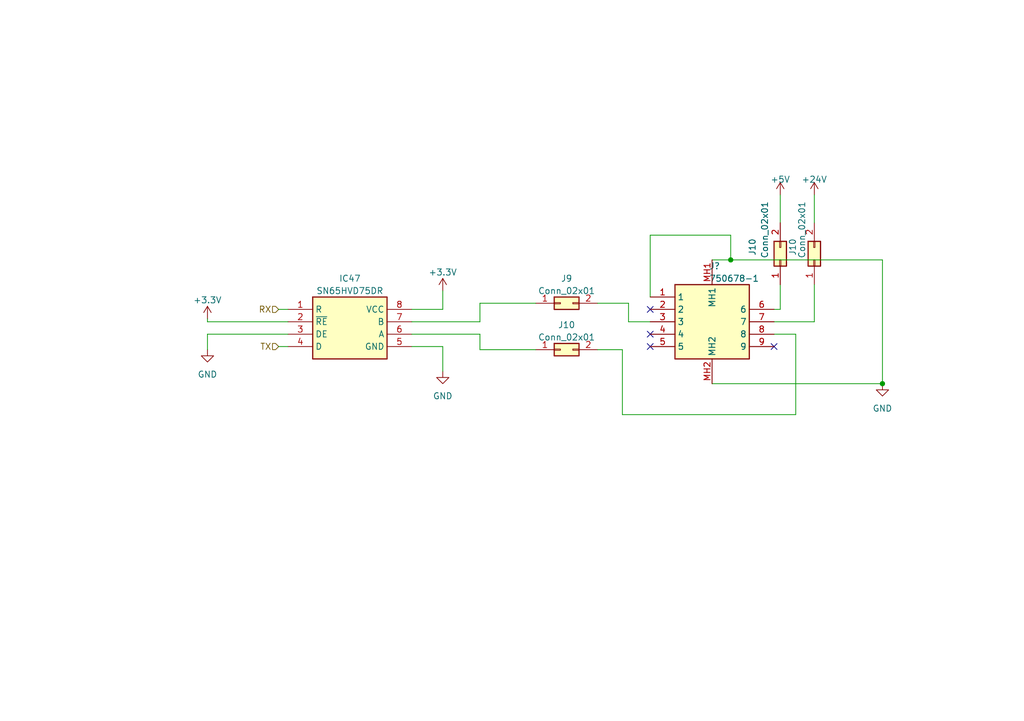
<source format=kicad_sch>
(kicad_sch (version 20230121) (generator eeschema)
  (paper "A5")
  (lib_symbols
    (symbol "750678-1:750678-1"
      (property "Reference" "J" (at 21.59 12.7 0))
      (property "Value" "750678-1" (at 21.59 10.16 0))
      (symbol "750678-1_1_1"
        (rectangle (start 5.08 7.62) (end 20.32 -7.62) (stroke (width 0.254)) (fill (type background)))
        (pin passive line (at 17.78 12.7 270) (length 5.08) (name "1") (number "1"))
        (pin passive line (at 15.24 12.7 270) (length 5.08) (name "2") (number "2"))
        (pin passive line (at 12.7 12.7 270) (length 5.08) (name "3") (number "3"))
        (pin passive line (at 10.16 12.7 270) (length 5.08) (name "4") (number "4"))
        (pin passive line (at 7.62 12.7 270) (length 5.08) (name "5") (number "5"))
        (pin passive line (at 15.24 -12.7 90) (length 5.08) (name "6") (number "6"))
        (pin passive line (at 12.7 -12.7 90) (length 5.08) (name "7") (number "7"))
        (pin passive line (at 10.16 -12.7 90) (length 5.08) (name "8") (number "8"))
        (pin passive line (at 7.62 -12.7 90) (length 5.08) (name "9") (number "9"))
        (pin passive line (at 25.4 0 180) (length 5.08) (name "MH1") (number "MH1"))
        (pin passive line (at 0 0 0) (length 5.08) (name "MH2") (number "MH2"))
      )
    )
    (symbol "Connector_Generic:Conn_02x01" (pin_names (offset 1.016) hide)
      (property "Reference" "J" (at 1.27 2.54 0))
      (property "Value" "Conn_02x01" (at 1.27 -2.54 0))
      (symbol "Conn_02x01_1_1"
        (rectangle (start -1.27 0.127) (end 0 -0.127) (stroke (width 0.1524)))
        (rectangle (start -1.27 1.27) (end 3.81 -1.27) (stroke (width 0.254)) (fill (type background)))
        (rectangle (start 3.81 0.127) (end 2.54 -0.127) (stroke (width 0.1524)))
        (pin passive line (at -5.08 0 0) (length 3.81) (name "Pin_1") (number "1"))
        (pin passive line (at 7.62 0 180) (length 3.81) (name "Pin_2") (number "2"))
      )
    )
    (symbol "SN65HVD75DR:SN65HVD75DR"
      (property "Reference" "IC" (at 21.59 7.62 0))
      (property "Value" "SN65HVD75DR" (at 21.59 5.08 0))
      (symbol "SN65HVD75DR_1_1"
        (rectangle (start 5.08 2.54) (end 20.32 -10.16) (stroke (width 0.254)) (fill (type background)))
        (pin passive line (at 0 0 0) (length 5.08) (name "R") (number "1"))
        (pin passive line (at 0 -2.54 0) (length 5.08) (name "~{RE}") (number "2"))
        (pin passive line (at 0 -5.08 0) (length 5.08) (name "DE") (number "3"))
        (pin passive line (at 0 -7.62 0) (length 5.08) (name "D") (number "4"))
        (pin passive line (at 25.4 -7.62 180) (length 5.08) (name "GND") (number "5"))
        (pin passive line (at 25.4 -5.08 180) (length 5.08) (name "A") (number "6"))
        (pin passive line (at 25.4 -2.54 180) (length 5.08) (name "B") (number "7"))
        (pin passive line (at 25.4 0 180) (length 5.08) (name "VCC") (number "8"))
      )
    )
    (symbol "power:+24V" (power) (pin_names (offset 0))
      (property "Value" "+24V" (at 0 3.556 0))
      (symbol "+24V_0_1"
        (polyline (pts (xy -0.762 1.27) (xy 0 2.54)))
        (polyline (pts (xy 0 0) (xy 0 2.54)))
        (polyline (pts (xy 0 2.54) (xy 0.762 1.27)))
      )
      (symbol "+24V_1_1"
        (pin power_in line (at 0 0 90) (length 0) hide (name "+24V") (number "1"))
      )
    )
    (symbol "power:+3.3V" (power) (pin_names (offset 0))
      (property "Value" "+3.3V" (at 0 3.556 0))
      (symbol "+3.3V_0_1"
        (polyline (pts (xy -0.762 1.27) (xy 0 2.54)))
        (polyline (pts (xy 0 0) (xy 0 2.54)))
        (polyline (pts (xy 0 2.54) (xy 0.762 1.27)))
      )
      (symbol "+3.3V_1_1"
        (pin power_in line (at 0 0 90) (length 0) hide (name "+3.3V") (number "1"))
      )
    )
    (symbol "power:+5V" (power) (pin_names (offset 0))
      (property "Value" "+5V" (at 0 3.556 0))
      (symbol "+5V_0_1"
        (polyline (pts (xy -0.762 1.27) (xy 0 2.54)))
        (polyline (pts (xy 0 0) (xy 0 2.54)))
        (polyline (pts (xy 0 2.54) (xy 0.762 1.27)))
      )
      (symbol "+5V_1_1"
        (pin power_in line (at 0 0 90) (length 0) hide (name "+5V") (number "1"))
      )
    )
    (symbol "power:GND" (power) (pin_names (offset 0))
      (property "Value" "GND" (at 0 -3.81 0))
      (symbol "GND_0_1"
        (polyline (pts (xy 0 0) (xy 0 -1.27) (xy 1.27 -1.27) (xy 0 -2.54) (xy -1.27 -1.27) (xy 0 -1.27)))
      )
      (symbol "GND_1_1"
        (pin power_in line (at 0 0 270) (length 0) hide (name "GND") (number "1"))
      )
    )
  )
  (junction (at 180.975 78.74))
  (junction (at 149.86 53.34))
  (no_connect (at 158.75 71.12))
  (no_connect (at 133.35 71.12))
  (no_connect (at 133.35 68.58))
  (no_connect (at 133.35 63.5))
  (wire (pts (xy 42.545 68.58) (xy 42.545 71.755)))
  (wire (pts (xy 128.905 62.23) (xy 128.905 66.04)))
  (wire (pts (xy 146.05 78.74) (xy 180.975 78.74)))
  (wire (pts (xy 149.86 53.34) (xy 180.975 53.34)))
  (wire (pts (xy 84.455 68.58) (xy 98.425 68.58)))
  (wire (pts (xy 42.545 66.04) (xy 42.545 65.405)))
  (wire (pts (xy 167.005 40.005) (xy 167.005 45.72)))
  (wire (pts (xy 84.455 71.12) (xy 90.805 71.12)))
  (wire (pts (xy 127.635 85.09) (xy 163.195 85.09)))
  (wire (pts (xy 163.195 68.58) (xy 158.75 68.58)))
  (wire (pts (xy 160.02 63.5) (xy 158.75 63.5)))
  (wire (pts (xy 98.425 62.23) (xy 109.855 62.23)))
  (wire (pts (xy 167.005 58.42) (xy 167.005 66.04)))
  (wire (pts (xy 90.805 71.12) (xy 90.805 76.2)))
  (wire (pts (xy 84.455 66.04) (xy 98.425 66.04)))
  (wire (pts (xy 90.805 63.5) (xy 90.805 59.69)))
  (wire (pts (xy 133.35 60.96) (xy 133.35 48.26)))
  (wire (pts (xy 160.02 58.42) (xy 160.02 63.5)))
  (wire (pts (xy 57.15 71.12) (xy 59.055 71.12)))
  (wire (pts (xy 98.425 71.755) (xy 109.855 71.755)))
  (wire (pts (xy 163.195 85.09) (xy 163.195 68.58)))
  (wire (pts (xy 59.055 66.04) (xy 42.545 66.04)))
  (wire (pts (xy 133.35 48.26) (xy 149.86 48.26)))
  (wire (pts (xy 127.635 71.755) (xy 127.635 85.09)))
  (wire (pts (xy 59.055 68.58) (xy 42.545 68.58)))
  (wire (pts (xy 149.86 48.26) (xy 149.86 53.34)))
  (wire (pts (xy 84.455 63.5) (xy 90.805 63.5)))
  (wire (pts (xy 180.975 53.34) (xy 180.975 78.74)))
  (wire (pts (xy 160.02 40.005) (xy 160.02 45.72)))
  (wire (pts (xy 146.05 53.34) (xy 149.86 53.34)))
  (wire (pts (xy 98.425 66.04) (xy 98.425 62.23)))
  (wire (pts (xy 122.555 62.23) (xy 128.905 62.23)))
  (wire (pts (xy 98.425 68.58) (xy 98.425 71.755)))
  (wire (pts (xy 57.15 63.5) (xy 59.055 63.5)))
  (wire (pts (xy 128.905 66.04) (xy 133.35 66.04)))
  (wire (pts (xy 158.75 66.04) (xy 167.005 66.04)))
  (wire (pts (xy 122.555 71.755) (xy 127.635 71.755)))
  (hierarchical_label "TX" (shape input) (at 57.15 71.12 180))
  (hierarchical_label "RX" (shape input) (at 57.15 63.5 180))
  (symbol (lib_id "750678-1:750678-1") (at 146.05 78.74 90) (unit 1)
    (property "Reference" "J?" (at 145.4403 54.61 90) (effects (justify right)))
    (property "Value" "750678-1" (at 145.4403 57.15 90) (effects (justify right)))
    (property "Footprint" "750678-1:7506781" (effects hide))
    (property "Datasheet" "https://www.te.com/commerce/DocumentDelivery/DDEController?Action=showdoc&DocId=Customer+Drawing%7F750678%7FJ%7Fpdf%7FEnglish%7FENG_CD_750678_J.pdf%7F750678-1" (effects hide))
    (property "Height" "14.71" (effects hide))
    (property "Mouser Part Number" "571-7506781" (effects hide))
    (property "Mouser Price/Stock" "https://www.mouser.co.uk/ProductDetail/TE-Connectivity/750678-1?qs=d5w0Orft5ToNQPwAt933DQ%3D%3D" (effects hide))
    (property "Manufacturer_Name" "TE Connectivity" (effects hide))
    (property "Manufacturer_Part_Number" "750678-1" (effects hide))
    (instances (project "PLC-CIM" (path "" (reference "J?") (unit 1)) (path "" (reference "J8") (unit 1)) (path "" (reference "J13") (unit 1))))
  )
  (symbol (lib_id "Connector_Generic:Conn_02x01") (at 160.02 53.34 90) (unit 1)
    (property "Reference" "J10" (at 154.305 48.895 0) (effects (justify right)))
    (property "Value" "Conn_02x01" (at 156.845 41.275 0) (effects (justify right)))
    (property "Footprint" "Connector_PinHeader_2.54mm:PinHeader_2x01_P2.54mm_Vertical" (effects hide))
    (instances (project "PLC-CIM" (path "" (reference "J10") (unit 1)) (path "" (reference "J16") (unit 1))))
  )
  (symbol (lib_id "Connector_Generic:Conn_02x01") (at 114.935 62.23 0) (unit 1)
    (property "Reference" "J9" (at 116.205 57.15 0))
    (property "Value" "Conn_02x01" (at 116.205 59.69 0))
    (property "Footprint" "Connector_PinHeader_2.54mm:PinHeader_2x01_P2.54mm_Vertical" (effects hide))
    (instances (project "PLC-CIM" (path "" (reference "J9") (unit 1)) (path "" (reference "J14") (unit 1))))
  )
  (symbol (lib_id "power:+24V") (at 167.005 40.005 0) (unit 1)
    (property "Reference" "#PWR0130" (effects hide))
    (property "Value" "+24V" (at 167.005 36.83 0))
  )
  (symbol (lib_id "power:GND") (at 180.975 78.74 0) (unit 1)
    (property "Reference" "#PWR0129" (effects hide))
    (property "Value" "GND" (at 180.975 83.82 0))
  )
  (symbol (lib_id "power:+3.3V") (at 42.545 65.405 0) (unit 1)
    (property "Reference" "#PWR0127" (effects hide))
    (property "Value" "+3.3V" (at 42.545 61.595 0))
  )
  (symbol (lib_id "Connector_Generic:Conn_02x01") (at 114.935 71.755 0) (unit 1)
    (property "Reference" "J10" (at 116.205 66.675 0))
    (property "Value" "Conn_02x01" (at 116.205 69.215 0))
    (property "Footprint" "Connector_PinHeader_2.54mm:PinHeader_2x01_P2.54mm_Vertical" (effects hide))
    (instances (project "PLC-CIM" (path "" (reference "J10") (unit 1)) (path "" (reference "J15") (unit 1))))
  )
  (symbol (lib_id "SN65HVD75DR:SN65HVD75DR") (at 59.055 63.5 0) (unit 1)
    (property "Reference" "IC47" (at 71.755 57.15 0))
    (property "Value" "SN65HVD75DR" (at 71.755 59.69 0))
    (property "Footprint" "SN65HVD75DR:SOIC127P600X175-8N" (effects hide))
    (property "Datasheet" "http://www.ti.com/lit/gpn/sn65hvd75" (effects hide))
    (property "Height" "1.75" (effects hide))
    (property "Mouser Part Number" "595-SN65HVD75DR" (effects hide))
    (property "Mouser Price/Stock" "https://www.mouser.co.uk/ProductDetail/Texas-Instruments/SN65HVD75DR?qs=X2y4EmDJZOW1Viw5bHgBbQ%3D%3D" (effects hide))
    (property "Manufacturer_Name" "Texas Instruments" (effects hide))
    (property "Manufacturer_Part_Number" "SN65HVD75DR" (effects hide))
  )
  (symbol (lib_id "Connector_Generic:Conn_02x01") (at 167.005 53.34 90) (unit 1)
    (property "Reference" "J10" (at 162.56 48.895 0) (effects (justify right)))
    (property "Value" "Conn_02x01" (at 164.465 41.275 0) (effects (justify right)))
    (property "Footprint" "Connector_PinHeader_2.54mm:PinHeader_2x01_P2.54mm_Vertical" (effects hide))
    (instances (project "PLC-CIM" (path "" (reference "J10") (unit 1)) (path "" (reference "J17") (unit 1))))
  )
  (symbol (lib_id "power:GND") (at 42.545 71.755 0) (unit 1)
    (property "Reference" "#PWR0128" (effects hide))
    (property "Value" "GND" (at 42.545 76.835 0))
  )
  (symbol (lib_id "power:GND") (at 90.805 76.2 0) (unit 1)
    (property "Reference" "#PWR0126" (effects hide))
    (property "Value" "GND" (at 90.805 81.28 0))
  )
  (symbol (lib_id "power:+5V") (at 160.02 40.005 0) (unit 1)
    (property "Reference" "#PWR0131" (effects hide))
    (property "Value" "+5V" (at 160.02 36.83 0))
  )
  (symbol (lib_id "power:+3.3V") (at 90.805 59.69 0) (unit 1)
    (property "Reference" "#PWR0125" (effects hide))
    (property "Value" "+3.3V" (at 90.805 55.88 0))
  )
)
</source>
